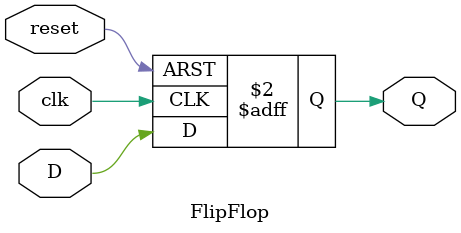
<source format=v>

module FlipFlop(reset,clk,D,Q);

input reset,clk,D;
output reg Q;

always @ (posedge clk or posedge reset) begin
  if(reset) begin
    Q <= 0;
  end
  else begin
    Q <= D;
  end
end


endmodule
</source>
